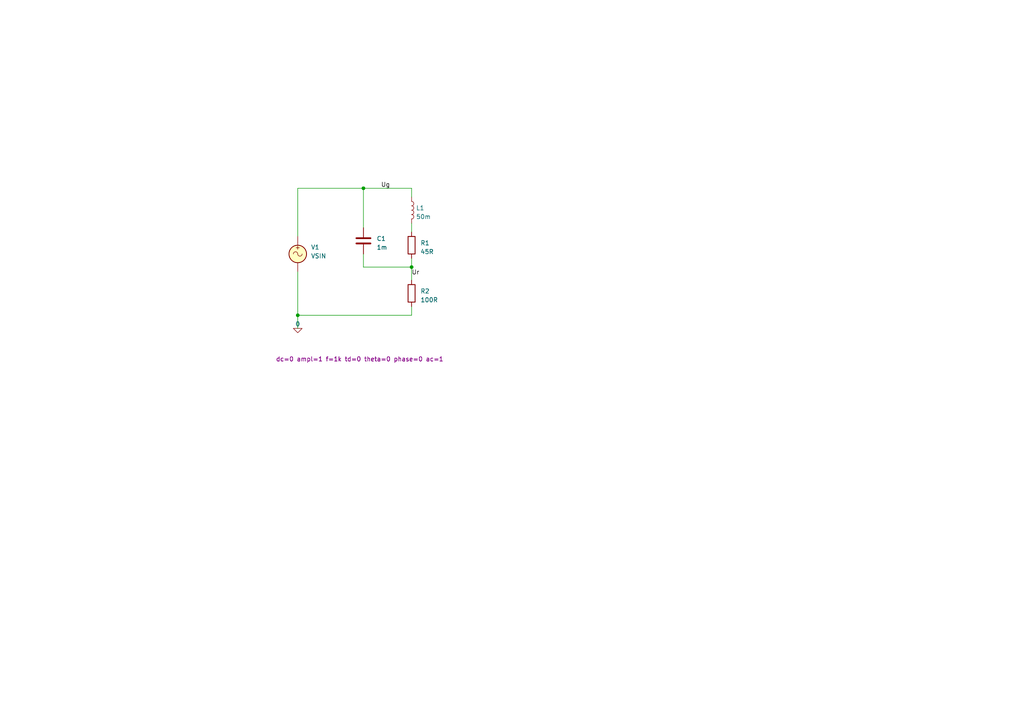
<source format=kicad_sch>
(kicad_sch (version 20230121) (generator eeschema)
  (paper "A4")
  (lib_symbols
    (symbol "Device:C" (pin_numbers hide) (pin_names (offset 0.254))
      (property "Reference" "C" (at 0.635 2.54 0))
      (property "Value" "C" (at 0.635 -2.54 0))
      (symbol "C_0_1"
        (polyline (pts (xy -2.032 -0.762) (xy 2.032 -0.762)) (stroke (width 0.508)))
        (polyline (pts (xy -2.032 0.762) (xy 2.032 0.762)) (stroke (width 0.508)))
      )
      (symbol "C_1_1"
        (pin passive line (at 0 3.81 270) (length 2.794) (name "~") (number "1"))
        (pin passive line (at 0 -3.81 90) (length 2.794) (name "~") (number "2"))
      )
    )
    (symbol "Device:L" (pin_numbers hide) (pin_names (offset 1.016) hide)
      (property "Reference" "L" (at -1.27 0 90))
      (property "Value" "L" (at 1.905 0 90))
      (symbol "L_0_1"
        (arc (start 0 -2.54) (mid 0.6323 -1.905) (end 0 -1.27))
        (arc (start 0 -1.27) (mid 0.6323 -0.635) (end 0 0))
        (arc (start 0 0) (mid 0.6323 0.635) (end 0 1.27))
        (arc (start 0 1.27) (mid 0.6323 1.905) (end 0 2.54))
      )
      (symbol "L_1_1"
        (pin passive line (at 0 3.81 270) (length 1.27) (name "1") (number "1"))
        (pin passive line (at 0 -3.81 90) (length 1.27) (name "2") (number "2"))
      )
    )
    (symbol "Device:R" (pin_numbers hide) (pin_names (offset 0))
      (property "Reference" "R" (at 2.032 0 90))
      (property "Value" "R" (at 0 0 90))
      (symbol "R_0_1"
        (rectangle (start -1.016 -2.54) (end 1.016 2.54) (stroke (width 0.254)))
      )
      (symbol "R_1_1"
        (pin passive line (at 0 3.81 270) (length 1.27) (name "~") (number "1"))
        (pin passive line (at 0 -3.81 90) (length 1.27) (name "~") (number "2"))
      )
    )
    (symbol "Simulation_SPICE:0" (power) (pin_names (offset 0))
      (property "Value" "0" (at 0 -1.778 0))
      (symbol "0_0_1"
        (polyline (pts (xy -1.27 0) (xy 0 -1.27) (xy 1.27 0) (xy -1.27 0)))
      )
      (symbol "0_1_1"
        (pin power_in line (at 0 0 0) (length 0) hide (name "0") (number "1"))
      )
    )
    (symbol "Simulation_SPICE:VSIN" (pin_numbers hide) (pin_names (offset 0.0254))
      (property "Reference" "V" (at 2.54 2.54 0))
      (property "Value" "VSIN" (at 2.54 0 0))
      (property "Sim.Params" "dc=0 ampl=1 f=1k ac=1" (at 2.54 -2.54 0))
      (symbol "VSIN_0_0"
        (arc (start 0 0) (mid -0.635 0.6323) (end -1.27 0))
        (arc (start 0 0) (mid 0.635 -0.6323) (end 1.27 0))
        (text "+" (at 0 1.905 0) (effects (font (size 1.27 1.27))))
      )
      (symbol "VSIN_0_1"
        (circle (center 0 0) (radius 2.54) (stroke (width 0.254)) (fill (type background)))
      )
      (symbol "VSIN_1_1"
        (pin passive line (at 0 5.08 270) (length 2.54) (name "~") (number "1"))
        (pin passive line (at 0 -5.08 90) (length 2.54) (name "~") (number "2"))
      )
    )
  )
  (junction (at 105.41 54.61))
  (junction (at 86.36 91.44))
  (junction (at 119.38 77.47))
  (wire (pts (xy 86.36 91.44) (xy 86.36 95.25)))
  (wire (pts (xy 119.38 64.77) (xy 119.38 67.31)))
  (wire (pts (xy 119.38 91.44) (xy 86.36 91.44)))
  (wire (pts (xy 86.36 54.61) (xy 105.41 54.61)))
  (wire (pts (xy 105.41 77.47) (xy 119.38 77.47)))
  (wire (pts (xy 86.36 78.74) (xy 86.36 91.44)))
  (wire (pts (xy 105.41 54.61) (xy 119.38 54.61)))
  (wire (pts (xy 105.41 54.61) (xy 105.41 66.04)))
  (wire (pts (xy 119.38 91.44) (xy 119.38 88.9)))
  (wire (pts (xy 105.41 73.66) (xy 105.41 77.47)))
  (wire (pts (xy 119.38 74.93) (xy 119.38 77.47)))
  (wire (pts (xy 119.38 77.47) (xy 119.38 81.28)))
  (wire (pts (xy 86.36 54.61) (xy 86.36 68.58)))
  (wire (pts (xy 119.38 57.15) (xy 119.38 54.61)))
  (label "Ur" (at 119.38 80.01 0))
  (label "Ug" (at 110.49 54.61 0))
  (symbol (lib_id "Device:L") (at 119.38 60.96 0) (unit 1)
    (property "Reference" "L1" (at 120.65 60.325 0) (effects (justify left)))
    (property "Value" "50m" (at 120.65 62.865 0) (effects (justify left)))
    (property "Sim.Device" "L" (effects hide))
    (property "Sim.Pins" "1=+ 2=-" (effects hide))
  )
  (symbol (lib_id "Simulation_SPICE:VSIN") (at 86.36 73.66 0) (unit 1)
    (property "Reference" "V1" (at 90.17 71.7192 0) (effects (justify left)))
    (property "Value" "VSIN" (at 90.17 74.2592 0) (effects (justify left)))
    (property "Sim.Pins" "1=+ 2=-" (effects hide))
    (property "Sim.Params" "dc=0 ampl=1 f=1k td=0 theta=0 phase=0 ac=1" (at 80.01 104.14 0) (effects (justify left)))
    (property "Sim.Type" "SIN" (effects hide))
    (property "Sim.Device" "V" (effects hide))
  )
  (symbol (lib_id "Device:R") (at 119.38 71.12 0) (unit 1)
    (property "Reference" "R1" (at 121.92 70.485 0) (effects (justify left)))
    (property "Value" "45R" (at 121.92 73.025 0) (effects (justify left)))
    (property "Sim.Device" "R" (effects hide))
    (property "Sim.Pins" "1=+ 2=-" (effects hide))
  )
  (symbol (lib_id "Device:R") (at 119.38 85.09 0) (unit 1)
    (property "Reference" "R2" (at 121.92 84.455 0) (effects (justify left)))
    (property "Value" "100R" (at 121.92 86.995 0) (effects (justify left)))
    (property "Sim.Device" "R" (effects hide))
    (property "Sim.Pins" "1=+ 2=-" (effects hide))
  )
  (symbol (lib_id "Device:C") (at 105.41 69.85 0) (unit 1)
    (property "Reference" "C1" (at 109.22 69.215 0) (effects (justify left)))
    (property "Value" "1m" (at 109.22 71.755 0) (effects (justify left)))
  )
  (symbol (lib_id "Simulation_SPICE:0") (at 86.36 95.25 0) (unit 1)
    (property "Reference" "#GND01" (effects hide))
    (property "Value" "0" (at 86.36 93.98 0))
  )
)
</source>
